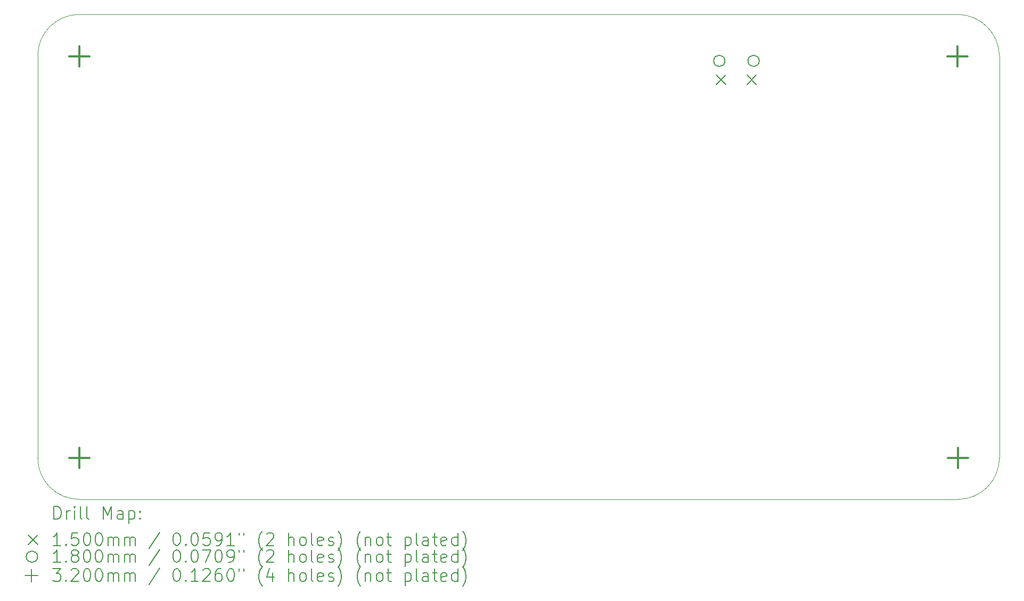
<source format=gbr>
%TF.GenerationSoftware,KiCad,Pcbnew,7.0.8*%
%TF.CreationDate,2024-12-11T20:14:41-06:00*%
%TF.ProjectId,LEC,4c45432e-6b69-4636-9164-5f7063625858,rev?*%
%TF.SameCoordinates,Original*%
%TF.FileFunction,Drillmap*%
%TF.FilePolarity,Positive*%
%FSLAX45Y45*%
G04 Gerber Fmt 4.5, Leading zero omitted, Abs format (unit mm)*
G04 Created by KiCad (PCBNEW 7.0.8) date 2024-12-11 20:14:41*
%MOMM*%
%LPD*%
G01*
G04 APERTURE LIST*
%ADD10C,0.050000*%
%ADD11C,0.200000*%
%ADD12C,0.150000*%
%ADD13C,0.180000*%
%ADD14C,0.320000*%
G04 APERTURE END LIST*
D10*
X21230000Y-12040000D02*
X21230000Y-5650000D01*
X6600000Y-12700000D02*
X20570000Y-12700000D01*
X6600000Y-4980000D02*
G75*
G03*
X5940000Y-5640000I0J-660000D01*
G01*
X20560000Y-4980000D02*
X6600000Y-4980000D01*
X5940000Y-12040000D02*
G75*
G03*
X6600000Y-12700000I660000J0D01*
G01*
X5940000Y-5640000D02*
X5940000Y-12040000D01*
X20570000Y-12700000D02*
G75*
G03*
X21230000Y-12040000I0J660000D01*
G01*
X21230000Y-5650000D02*
G75*
G03*
X20560000Y-4980000I-670000J0D01*
G01*
D11*
D12*
X16731500Y-5948000D02*
X16881500Y-6098000D01*
X16881500Y-5948000D02*
X16731500Y-6098000D01*
X17216500Y-5948000D02*
X17366500Y-6098000D01*
X17366500Y-5948000D02*
X17216500Y-6098000D01*
D13*
X16866500Y-5720000D02*
G75*
G03*
X16866500Y-5720000I-90000J0D01*
G01*
X17411500Y-5720000D02*
G75*
G03*
X17411500Y-5720000I-90000J0D01*
G01*
D14*
X6600000Y-5490000D02*
X6600000Y-5810000D01*
X6440000Y-5650000D02*
X6760000Y-5650000D01*
X6600000Y-11880000D02*
X6600000Y-12200000D01*
X6440000Y-12040000D02*
X6760000Y-12040000D01*
X20560000Y-5490000D02*
X20560000Y-5810000D01*
X20400000Y-5650000D02*
X20720000Y-5650000D01*
X20570000Y-11880000D02*
X20570000Y-12200000D01*
X20410000Y-12040000D02*
X20730000Y-12040000D01*
D11*
X6198277Y-13013984D02*
X6198277Y-12813984D01*
X6198277Y-12813984D02*
X6245896Y-12813984D01*
X6245896Y-12813984D02*
X6274467Y-12823508D01*
X6274467Y-12823508D02*
X6293515Y-12842555D01*
X6293515Y-12842555D02*
X6303039Y-12861603D01*
X6303039Y-12861603D02*
X6312562Y-12899698D01*
X6312562Y-12899698D02*
X6312562Y-12928269D01*
X6312562Y-12928269D02*
X6303039Y-12966365D01*
X6303039Y-12966365D02*
X6293515Y-12985412D01*
X6293515Y-12985412D02*
X6274467Y-13004460D01*
X6274467Y-13004460D02*
X6245896Y-13013984D01*
X6245896Y-13013984D02*
X6198277Y-13013984D01*
X6398277Y-13013984D02*
X6398277Y-12880650D01*
X6398277Y-12918746D02*
X6407801Y-12899698D01*
X6407801Y-12899698D02*
X6417324Y-12890174D01*
X6417324Y-12890174D02*
X6436372Y-12880650D01*
X6436372Y-12880650D02*
X6455420Y-12880650D01*
X6522086Y-13013984D02*
X6522086Y-12880650D01*
X6522086Y-12813984D02*
X6512562Y-12823508D01*
X6512562Y-12823508D02*
X6522086Y-12833031D01*
X6522086Y-12833031D02*
X6531610Y-12823508D01*
X6531610Y-12823508D02*
X6522086Y-12813984D01*
X6522086Y-12813984D02*
X6522086Y-12833031D01*
X6645896Y-13013984D02*
X6626848Y-13004460D01*
X6626848Y-13004460D02*
X6617324Y-12985412D01*
X6617324Y-12985412D02*
X6617324Y-12813984D01*
X6750658Y-13013984D02*
X6731610Y-13004460D01*
X6731610Y-13004460D02*
X6722086Y-12985412D01*
X6722086Y-12985412D02*
X6722086Y-12813984D01*
X6979229Y-13013984D02*
X6979229Y-12813984D01*
X6979229Y-12813984D02*
X7045896Y-12956841D01*
X7045896Y-12956841D02*
X7112562Y-12813984D01*
X7112562Y-12813984D02*
X7112562Y-13013984D01*
X7293515Y-13013984D02*
X7293515Y-12909222D01*
X7293515Y-12909222D02*
X7283991Y-12890174D01*
X7283991Y-12890174D02*
X7264943Y-12880650D01*
X7264943Y-12880650D02*
X7226848Y-12880650D01*
X7226848Y-12880650D02*
X7207801Y-12890174D01*
X7293515Y-13004460D02*
X7274467Y-13013984D01*
X7274467Y-13013984D02*
X7226848Y-13013984D01*
X7226848Y-13013984D02*
X7207801Y-13004460D01*
X7207801Y-13004460D02*
X7198277Y-12985412D01*
X7198277Y-12985412D02*
X7198277Y-12966365D01*
X7198277Y-12966365D02*
X7207801Y-12947317D01*
X7207801Y-12947317D02*
X7226848Y-12937793D01*
X7226848Y-12937793D02*
X7274467Y-12937793D01*
X7274467Y-12937793D02*
X7293515Y-12928269D01*
X7388753Y-12880650D02*
X7388753Y-13080650D01*
X7388753Y-12890174D02*
X7407801Y-12880650D01*
X7407801Y-12880650D02*
X7445896Y-12880650D01*
X7445896Y-12880650D02*
X7464943Y-12890174D01*
X7464943Y-12890174D02*
X7474467Y-12899698D01*
X7474467Y-12899698D02*
X7483991Y-12918746D01*
X7483991Y-12918746D02*
X7483991Y-12975888D01*
X7483991Y-12975888D02*
X7474467Y-12994936D01*
X7474467Y-12994936D02*
X7464943Y-13004460D01*
X7464943Y-13004460D02*
X7445896Y-13013984D01*
X7445896Y-13013984D02*
X7407801Y-13013984D01*
X7407801Y-13013984D02*
X7388753Y-13004460D01*
X7569705Y-12994936D02*
X7579229Y-13004460D01*
X7579229Y-13004460D02*
X7569705Y-13013984D01*
X7569705Y-13013984D02*
X7560182Y-13004460D01*
X7560182Y-13004460D02*
X7569705Y-12994936D01*
X7569705Y-12994936D02*
X7569705Y-13013984D01*
X7569705Y-12890174D02*
X7579229Y-12899698D01*
X7579229Y-12899698D02*
X7569705Y-12909222D01*
X7569705Y-12909222D02*
X7560182Y-12899698D01*
X7560182Y-12899698D02*
X7569705Y-12890174D01*
X7569705Y-12890174D02*
X7569705Y-12909222D01*
D12*
X5787500Y-13267500D02*
X5937500Y-13417500D01*
X5937500Y-13267500D02*
X5787500Y-13417500D01*
D11*
X6303039Y-13433984D02*
X6188753Y-13433984D01*
X6245896Y-13433984D02*
X6245896Y-13233984D01*
X6245896Y-13233984D02*
X6226848Y-13262555D01*
X6226848Y-13262555D02*
X6207801Y-13281603D01*
X6207801Y-13281603D02*
X6188753Y-13291127D01*
X6388753Y-13414936D02*
X6398277Y-13424460D01*
X6398277Y-13424460D02*
X6388753Y-13433984D01*
X6388753Y-13433984D02*
X6379229Y-13424460D01*
X6379229Y-13424460D02*
X6388753Y-13414936D01*
X6388753Y-13414936D02*
X6388753Y-13433984D01*
X6579229Y-13233984D02*
X6483991Y-13233984D01*
X6483991Y-13233984D02*
X6474467Y-13329222D01*
X6474467Y-13329222D02*
X6483991Y-13319698D01*
X6483991Y-13319698D02*
X6503039Y-13310174D01*
X6503039Y-13310174D02*
X6550658Y-13310174D01*
X6550658Y-13310174D02*
X6569705Y-13319698D01*
X6569705Y-13319698D02*
X6579229Y-13329222D01*
X6579229Y-13329222D02*
X6588753Y-13348269D01*
X6588753Y-13348269D02*
X6588753Y-13395888D01*
X6588753Y-13395888D02*
X6579229Y-13414936D01*
X6579229Y-13414936D02*
X6569705Y-13424460D01*
X6569705Y-13424460D02*
X6550658Y-13433984D01*
X6550658Y-13433984D02*
X6503039Y-13433984D01*
X6503039Y-13433984D02*
X6483991Y-13424460D01*
X6483991Y-13424460D02*
X6474467Y-13414936D01*
X6712562Y-13233984D02*
X6731610Y-13233984D01*
X6731610Y-13233984D02*
X6750658Y-13243508D01*
X6750658Y-13243508D02*
X6760182Y-13253031D01*
X6760182Y-13253031D02*
X6769705Y-13272079D01*
X6769705Y-13272079D02*
X6779229Y-13310174D01*
X6779229Y-13310174D02*
X6779229Y-13357793D01*
X6779229Y-13357793D02*
X6769705Y-13395888D01*
X6769705Y-13395888D02*
X6760182Y-13414936D01*
X6760182Y-13414936D02*
X6750658Y-13424460D01*
X6750658Y-13424460D02*
X6731610Y-13433984D01*
X6731610Y-13433984D02*
X6712562Y-13433984D01*
X6712562Y-13433984D02*
X6693515Y-13424460D01*
X6693515Y-13424460D02*
X6683991Y-13414936D01*
X6683991Y-13414936D02*
X6674467Y-13395888D01*
X6674467Y-13395888D02*
X6664943Y-13357793D01*
X6664943Y-13357793D02*
X6664943Y-13310174D01*
X6664943Y-13310174D02*
X6674467Y-13272079D01*
X6674467Y-13272079D02*
X6683991Y-13253031D01*
X6683991Y-13253031D02*
X6693515Y-13243508D01*
X6693515Y-13243508D02*
X6712562Y-13233984D01*
X6903039Y-13233984D02*
X6922086Y-13233984D01*
X6922086Y-13233984D02*
X6941134Y-13243508D01*
X6941134Y-13243508D02*
X6950658Y-13253031D01*
X6950658Y-13253031D02*
X6960182Y-13272079D01*
X6960182Y-13272079D02*
X6969705Y-13310174D01*
X6969705Y-13310174D02*
X6969705Y-13357793D01*
X6969705Y-13357793D02*
X6960182Y-13395888D01*
X6960182Y-13395888D02*
X6950658Y-13414936D01*
X6950658Y-13414936D02*
X6941134Y-13424460D01*
X6941134Y-13424460D02*
X6922086Y-13433984D01*
X6922086Y-13433984D02*
X6903039Y-13433984D01*
X6903039Y-13433984D02*
X6883991Y-13424460D01*
X6883991Y-13424460D02*
X6874467Y-13414936D01*
X6874467Y-13414936D02*
X6864943Y-13395888D01*
X6864943Y-13395888D02*
X6855420Y-13357793D01*
X6855420Y-13357793D02*
X6855420Y-13310174D01*
X6855420Y-13310174D02*
X6864943Y-13272079D01*
X6864943Y-13272079D02*
X6874467Y-13253031D01*
X6874467Y-13253031D02*
X6883991Y-13243508D01*
X6883991Y-13243508D02*
X6903039Y-13233984D01*
X7055420Y-13433984D02*
X7055420Y-13300650D01*
X7055420Y-13319698D02*
X7064943Y-13310174D01*
X7064943Y-13310174D02*
X7083991Y-13300650D01*
X7083991Y-13300650D02*
X7112563Y-13300650D01*
X7112563Y-13300650D02*
X7131610Y-13310174D01*
X7131610Y-13310174D02*
X7141134Y-13329222D01*
X7141134Y-13329222D02*
X7141134Y-13433984D01*
X7141134Y-13329222D02*
X7150658Y-13310174D01*
X7150658Y-13310174D02*
X7169705Y-13300650D01*
X7169705Y-13300650D02*
X7198277Y-13300650D01*
X7198277Y-13300650D02*
X7217324Y-13310174D01*
X7217324Y-13310174D02*
X7226848Y-13329222D01*
X7226848Y-13329222D02*
X7226848Y-13433984D01*
X7322086Y-13433984D02*
X7322086Y-13300650D01*
X7322086Y-13319698D02*
X7331610Y-13310174D01*
X7331610Y-13310174D02*
X7350658Y-13300650D01*
X7350658Y-13300650D02*
X7379229Y-13300650D01*
X7379229Y-13300650D02*
X7398277Y-13310174D01*
X7398277Y-13310174D02*
X7407801Y-13329222D01*
X7407801Y-13329222D02*
X7407801Y-13433984D01*
X7407801Y-13329222D02*
X7417324Y-13310174D01*
X7417324Y-13310174D02*
X7436372Y-13300650D01*
X7436372Y-13300650D02*
X7464943Y-13300650D01*
X7464943Y-13300650D02*
X7483991Y-13310174D01*
X7483991Y-13310174D02*
X7493515Y-13329222D01*
X7493515Y-13329222D02*
X7493515Y-13433984D01*
X7883991Y-13224460D02*
X7712563Y-13481603D01*
X8141134Y-13233984D02*
X8160182Y-13233984D01*
X8160182Y-13233984D02*
X8179229Y-13243508D01*
X8179229Y-13243508D02*
X8188753Y-13253031D01*
X8188753Y-13253031D02*
X8198277Y-13272079D01*
X8198277Y-13272079D02*
X8207801Y-13310174D01*
X8207801Y-13310174D02*
X8207801Y-13357793D01*
X8207801Y-13357793D02*
X8198277Y-13395888D01*
X8198277Y-13395888D02*
X8188753Y-13414936D01*
X8188753Y-13414936D02*
X8179229Y-13424460D01*
X8179229Y-13424460D02*
X8160182Y-13433984D01*
X8160182Y-13433984D02*
X8141134Y-13433984D01*
X8141134Y-13433984D02*
X8122086Y-13424460D01*
X8122086Y-13424460D02*
X8112563Y-13414936D01*
X8112563Y-13414936D02*
X8103039Y-13395888D01*
X8103039Y-13395888D02*
X8093515Y-13357793D01*
X8093515Y-13357793D02*
X8093515Y-13310174D01*
X8093515Y-13310174D02*
X8103039Y-13272079D01*
X8103039Y-13272079D02*
X8112563Y-13253031D01*
X8112563Y-13253031D02*
X8122086Y-13243508D01*
X8122086Y-13243508D02*
X8141134Y-13233984D01*
X8293515Y-13414936D02*
X8303039Y-13424460D01*
X8303039Y-13424460D02*
X8293515Y-13433984D01*
X8293515Y-13433984D02*
X8283991Y-13424460D01*
X8283991Y-13424460D02*
X8293515Y-13414936D01*
X8293515Y-13414936D02*
X8293515Y-13433984D01*
X8426848Y-13233984D02*
X8445896Y-13233984D01*
X8445896Y-13233984D02*
X8464944Y-13243508D01*
X8464944Y-13243508D02*
X8474468Y-13253031D01*
X8474468Y-13253031D02*
X8483991Y-13272079D01*
X8483991Y-13272079D02*
X8493515Y-13310174D01*
X8493515Y-13310174D02*
X8493515Y-13357793D01*
X8493515Y-13357793D02*
X8483991Y-13395888D01*
X8483991Y-13395888D02*
X8474468Y-13414936D01*
X8474468Y-13414936D02*
X8464944Y-13424460D01*
X8464944Y-13424460D02*
X8445896Y-13433984D01*
X8445896Y-13433984D02*
X8426848Y-13433984D01*
X8426848Y-13433984D02*
X8407801Y-13424460D01*
X8407801Y-13424460D02*
X8398277Y-13414936D01*
X8398277Y-13414936D02*
X8388753Y-13395888D01*
X8388753Y-13395888D02*
X8379229Y-13357793D01*
X8379229Y-13357793D02*
X8379229Y-13310174D01*
X8379229Y-13310174D02*
X8388753Y-13272079D01*
X8388753Y-13272079D02*
X8398277Y-13253031D01*
X8398277Y-13253031D02*
X8407801Y-13243508D01*
X8407801Y-13243508D02*
X8426848Y-13233984D01*
X8674468Y-13233984D02*
X8579229Y-13233984D01*
X8579229Y-13233984D02*
X8569706Y-13329222D01*
X8569706Y-13329222D02*
X8579229Y-13319698D01*
X8579229Y-13319698D02*
X8598277Y-13310174D01*
X8598277Y-13310174D02*
X8645896Y-13310174D01*
X8645896Y-13310174D02*
X8664944Y-13319698D01*
X8664944Y-13319698D02*
X8674468Y-13329222D01*
X8674468Y-13329222D02*
X8683991Y-13348269D01*
X8683991Y-13348269D02*
X8683991Y-13395888D01*
X8683991Y-13395888D02*
X8674468Y-13414936D01*
X8674468Y-13414936D02*
X8664944Y-13424460D01*
X8664944Y-13424460D02*
X8645896Y-13433984D01*
X8645896Y-13433984D02*
X8598277Y-13433984D01*
X8598277Y-13433984D02*
X8579229Y-13424460D01*
X8579229Y-13424460D02*
X8569706Y-13414936D01*
X8779229Y-13433984D02*
X8817325Y-13433984D01*
X8817325Y-13433984D02*
X8836372Y-13424460D01*
X8836372Y-13424460D02*
X8845896Y-13414936D01*
X8845896Y-13414936D02*
X8864944Y-13386365D01*
X8864944Y-13386365D02*
X8874468Y-13348269D01*
X8874468Y-13348269D02*
X8874468Y-13272079D01*
X8874468Y-13272079D02*
X8864944Y-13253031D01*
X8864944Y-13253031D02*
X8855420Y-13243508D01*
X8855420Y-13243508D02*
X8836372Y-13233984D01*
X8836372Y-13233984D02*
X8798277Y-13233984D01*
X8798277Y-13233984D02*
X8779229Y-13243508D01*
X8779229Y-13243508D02*
X8769706Y-13253031D01*
X8769706Y-13253031D02*
X8760182Y-13272079D01*
X8760182Y-13272079D02*
X8760182Y-13319698D01*
X8760182Y-13319698D02*
X8769706Y-13338746D01*
X8769706Y-13338746D02*
X8779229Y-13348269D01*
X8779229Y-13348269D02*
X8798277Y-13357793D01*
X8798277Y-13357793D02*
X8836372Y-13357793D01*
X8836372Y-13357793D02*
X8855420Y-13348269D01*
X8855420Y-13348269D02*
X8864944Y-13338746D01*
X8864944Y-13338746D02*
X8874468Y-13319698D01*
X9064944Y-13433984D02*
X8950658Y-13433984D01*
X9007801Y-13433984D02*
X9007801Y-13233984D01*
X9007801Y-13233984D02*
X8988753Y-13262555D01*
X8988753Y-13262555D02*
X8969706Y-13281603D01*
X8969706Y-13281603D02*
X8950658Y-13291127D01*
X9141134Y-13233984D02*
X9141134Y-13272079D01*
X9217325Y-13233984D02*
X9217325Y-13272079D01*
X9512563Y-13510174D02*
X9503039Y-13500650D01*
X9503039Y-13500650D02*
X9483991Y-13472079D01*
X9483991Y-13472079D02*
X9474468Y-13453031D01*
X9474468Y-13453031D02*
X9464944Y-13424460D01*
X9464944Y-13424460D02*
X9455420Y-13376841D01*
X9455420Y-13376841D02*
X9455420Y-13338746D01*
X9455420Y-13338746D02*
X9464944Y-13291127D01*
X9464944Y-13291127D02*
X9474468Y-13262555D01*
X9474468Y-13262555D02*
X9483991Y-13243508D01*
X9483991Y-13243508D02*
X9503039Y-13214936D01*
X9503039Y-13214936D02*
X9512563Y-13205412D01*
X9579230Y-13253031D02*
X9588753Y-13243508D01*
X9588753Y-13243508D02*
X9607801Y-13233984D01*
X9607801Y-13233984D02*
X9655420Y-13233984D01*
X9655420Y-13233984D02*
X9674468Y-13243508D01*
X9674468Y-13243508D02*
X9683991Y-13253031D01*
X9683991Y-13253031D02*
X9693515Y-13272079D01*
X9693515Y-13272079D02*
X9693515Y-13291127D01*
X9693515Y-13291127D02*
X9683991Y-13319698D01*
X9683991Y-13319698D02*
X9569706Y-13433984D01*
X9569706Y-13433984D02*
X9693515Y-13433984D01*
X9931611Y-13433984D02*
X9931611Y-13233984D01*
X10017325Y-13433984D02*
X10017325Y-13329222D01*
X10017325Y-13329222D02*
X10007801Y-13310174D01*
X10007801Y-13310174D02*
X9988753Y-13300650D01*
X9988753Y-13300650D02*
X9960182Y-13300650D01*
X9960182Y-13300650D02*
X9941134Y-13310174D01*
X9941134Y-13310174D02*
X9931611Y-13319698D01*
X10141134Y-13433984D02*
X10122087Y-13424460D01*
X10122087Y-13424460D02*
X10112563Y-13414936D01*
X10112563Y-13414936D02*
X10103039Y-13395888D01*
X10103039Y-13395888D02*
X10103039Y-13338746D01*
X10103039Y-13338746D02*
X10112563Y-13319698D01*
X10112563Y-13319698D02*
X10122087Y-13310174D01*
X10122087Y-13310174D02*
X10141134Y-13300650D01*
X10141134Y-13300650D02*
X10169706Y-13300650D01*
X10169706Y-13300650D02*
X10188753Y-13310174D01*
X10188753Y-13310174D02*
X10198277Y-13319698D01*
X10198277Y-13319698D02*
X10207801Y-13338746D01*
X10207801Y-13338746D02*
X10207801Y-13395888D01*
X10207801Y-13395888D02*
X10198277Y-13414936D01*
X10198277Y-13414936D02*
X10188753Y-13424460D01*
X10188753Y-13424460D02*
X10169706Y-13433984D01*
X10169706Y-13433984D02*
X10141134Y-13433984D01*
X10322087Y-13433984D02*
X10303039Y-13424460D01*
X10303039Y-13424460D02*
X10293515Y-13405412D01*
X10293515Y-13405412D02*
X10293515Y-13233984D01*
X10474468Y-13424460D02*
X10455420Y-13433984D01*
X10455420Y-13433984D02*
X10417325Y-13433984D01*
X10417325Y-13433984D02*
X10398277Y-13424460D01*
X10398277Y-13424460D02*
X10388753Y-13405412D01*
X10388753Y-13405412D02*
X10388753Y-13329222D01*
X10388753Y-13329222D02*
X10398277Y-13310174D01*
X10398277Y-13310174D02*
X10417325Y-13300650D01*
X10417325Y-13300650D02*
X10455420Y-13300650D01*
X10455420Y-13300650D02*
X10474468Y-13310174D01*
X10474468Y-13310174D02*
X10483992Y-13329222D01*
X10483992Y-13329222D02*
X10483992Y-13348269D01*
X10483992Y-13348269D02*
X10388753Y-13367317D01*
X10560182Y-13424460D02*
X10579230Y-13433984D01*
X10579230Y-13433984D02*
X10617325Y-13433984D01*
X10617325Y-13433984D02*
X10636373Y-13424460D01*
X10636373Y-13424460D02*
X10645896Y-13405412D01*
X10645896Y-13405412D02*
X10645896Y-13395888D01*
X10645896Y-13395888D02*
X10636373Y-13376841D01*
X10636373Y-13376841D02*
X10617325Y-13367317D01*
X10617325Y-13367317D02*
X10588753Y-13367317D01*
X10588753Y-13367317D02*
X10569706Y-13357793D01*
X10569706Y-13357793D02*
X10560182Y-13338746D01*
X10560182Y-13338746D02*
X10560182Y-13329222D01*
X10560182Y-13329222D02*
X10569706Y-13310174D01*
X10569706Y-13310174D02*
X10588753Y-13300650D01*
X10588753Y-13300650D02*
X10617325Y-13300650D01*
X10617325Y-13300650D02*
X10636373Y-13310174D01*
X10712563Y-13510174D02*
X10722087Y-13500650D01*
X10722087Y-13500650D02*
X10741134Y-13472079D01*
X10741134Y-13472079D02*
X10750658Y-13453031D01*
X10750658Y-13453031D02*
X10760182Y-13424460D01*
X10760182Y-13424460D02*
X10769706Y-13376841D01*
X10769706Y-13376841D02*
X10769706Y-13338746D01*
X10769706Y-13338746D02*
X10760182Y-13291127D01*
X10760182Y-13291127D02*
X10750658Y-13262555D01*
X10750658Y-13262555D02*
X10741134Y-13243508D01*
X10741134Y-13243508D02*
X10722087Y-13214936D01*
X10722087Y-13214936D02*
X10712563Y-13205412D01*
X11074468Y-13510174D02*
X11064944Y-13500650D01*
X11064944Y-13500650D02*
X11045896Y-13472079D01*
X11045896Y-13472079D02*
X11036373Y-13453031D01*
X11036373Y-13453031D02*
X11026849Y-13424460D01*
X11026849Y-13424460D02*
X11017325Y-13376841D01*
X11017325Y-13376841D02*
X11017325Y-13338746D01*
X11017325Y-13338746D02*
X11026849Y-13291127D01*
X11026849Y-13291127D02*
X11036373Y-13262555D01*
X11036373Y-13262555D02*
X11045896Y-13243508D01*
X11045896Y-13243508D02*
X11064944Y-13214936D01*
X11064944Y-13214936D02*
X11074468Y-13205412D01*
X11150658Y-13300650D02*
X11150658Y-13433984D01*
X11150658Y-13319698D02*
X11160182Y-13310174D01*
X11160182Y-13310174D02*
X11179230Y-13300650D01*
X11179230Y-13300650D02*
X11207801Y-13300650D01*
X11207801Y-13300650D02*
X11226849Y-13310174D01*
X11226849Y-13310174D02*
X11236372Y-13329222D01*
X11236372Y-13329222D02*
X11236372Y-13433984D01*
X11360182Y-13433984D02*
X11341134Y-13424460D01*
X11341134Y-13424460D02*
X11331611Y-13414936D01*
X11331611Y-13414936D02*
X11322087Y-13395888D01*
X11322087Y-13395888D02*
X11322087Y-13338746D01*
X11322087Y-13338746D02*
X11331611Y-13319698D01*
X11331611Y-13319698D02*
X11341134Y-13310174D01*
X11341134Y-13310174D02*
X11360182Y-13300650D01*
X11360182Y-13300650D02*
X11388753Y-13300650D01*
X11388753Y-13300650D02*
X11407801Y-13310174D01*
X11407801Y-13310174D02*
X11417325Y-13319698D01*
X11417325Y-13319698D02*
X11426849Y-13338746D01*
X11426849Y-13338746D02*
X11426849Y-13395888D01*
X11426849Y-13395888D02*
X11417325Y-13414936D01*
X11417325Y-13414936D02*
X11407801Y-13424460D01*
X11407801Y-13424460D02*
X11388753Y-13433984D01*
X11388753Y-13433984D02*
X11360182Y-13433984D01*
X11483992Y-13300650D02*
X11560182Y-13300650D01*
X11512563Y-13233984D02*
X11512563Y-13405412D01*
X11512563Y-13405412D02*
X11522087Y-13424460D01*
X11522087Y-13424460D02*
X11541134Y-13433984D01*
X11541134Y-13433984D02*
X11560182Y-13433984D01*
X11779230Y-13300650D02*
X11779230Y-13500650D01*
X11779230Y-13310174D02*
X11798277Y-13300650D01*
X11798277Y-13300650D02*
X11836373Y-13300650D01*
X11836373Y-13300650D02*
X11855420Y-13310174D01*
X11855420Y-13310174D02*
X11864944Y-13319698D01*
X11864944Y-13319698D02*
X11874468Y-13338746D01*
X11874468Y-13338746D02*
X11874468Y-13395888D01*
X11874468Y-13395888D02*
X11864944Y-13414936D01*
X11864944Y-13414936D02*
X11855420Y-13424460D01*
X11855420Y-13424460D02*
X11836373Y-13433984D01*
X11836373Y-13433984D02*
X11798277Y-13433984D01*
X11798277Y-13433984D02*
X11779230Y-13424460D01*
X11988753Y-13433984D02*
X11969706Y-13424460D01*
X11969706Y-13424460D02*
X11960182Y-13405412D01*
X11960182Y-13405412D02*
X11960182Y-13233984D01*
X12150658Y-13433984D02*
X12150658Y-13329222D01*
X12150658Y-13329222D02*
X12141134Y-13310174D01*
X12141134Y-13310174D02*
X12122087Y-13300650D01*
X12122087Y-13300650D02*
X12083992Y-13300650D01*
X12083992Y-13300650D02*
X12064944Y-13310174D01*
X12150658Y-13424460D02*
X12131611Y-13433984D01*
X12131611Y-13433984D02*
X12083992Y-13433984D01*
X12083992Y-13433984D02*
X12064944Y-13424460D01*
X12064944Y-13424460D02*
X12055420Y-13405412D01*
X12055420Y-13405412D02*
X12055420Y-13386365D01*
X12055420Y-13386365D02*
X12064944Y-13367317D01*
X12064944Y-13367317D02*
X12083992Y-13357793D01*
X12083992Y-13357793D02*
X12131611Y-13357793D01*
X12131611Y-13357793D02*
X12150658Y-13348269D01*
X12217325Y-13300650D02*
X12293515Y-13300650D01*
X12245896Y-13233984D02*
X12245896Y-13405412D01*
X12245896Y-13405412D02*
X12255420Y-13424460D01*
X12255420Y-13424460D02*
X12274468Y-13433984D01*
X12274468Y-13433984D02*
X12293515Y-13433984D01*
X12436373Y-13424460D02*
X12417325Y-13433984D01*
X12417325Y-13433984D02*
X12379230Y-13433984D01*
X12379230Y-13433984D02*
X12360182Y-13424460D01*
X12360182Y-13424460D02*
X12350658Y-13405412D01*
X12350658Y-13405412D02*
X12350658Y-13329222D01*
X12350658Y-13329222D02*
X12360182Y-13310174D01*
X12360182Y-13310174D02*
X12379230Y-13300650D01*
X12379230Y-13300650D02*
X12417325Y-13300650D01*
X12417325Y-13300650D02*
X12436373Y-13310174D01*
X12436373Y-13310174D02*
X12445896Y-13329222D01*
X12445896Y-13329222D02*
X12445896Y-13348269D01*
X12445896Y-13348269D02*
X12350658Y-13367317D01*
X12617325Y-13433984D02*
X12617325Y-13233984D01*
X12617325Y-13424460D02*
X12598277Y-13433984D01*
X12598277Y-13433984D02*
X12560182Y-13433984D01*
X12560182Y-13433984D02*
X12541134Y-13424460D01*
X12541134Y-13424460D02*
X12531611Y-13414936D01*
X12531611Y-13414936D02*
X12522087Y-13395888D01*
X12522087Y-13395888D02*
X12522087Y-13338746D01*
X12522087Y-13338746D02*
X12531611Y-13319698D01*
X12531611Y-13319698D02*
X12541134Y-13310174D01*
X12541134Y-13310174D02*
X12560182Y-13300650D01*
X12560182Y-13300650D02*
X12598277Y-13300650D01*
X12598277Y-13300650D02*
X12617325Y-13310174D01*
X12693515Y-13510174D02*
X12703039Y-13500650D01*
X12703039Y-13500650D02*
X12722087Y-13472079D01*
X12722087Y-13472079D02*
X12731611Y-13453031D01*
X12731611Y-13453031D02*
X12741134Y-13424460D01*
X12741134Y-13424460D02*
X12750658Y-13376841D01*
X12750658Y-13376841D02*
X12750658Y-13338746D01*
X12750658Y-13338746D02*
X12741134Y-13291127D01*
X12741134Y-13291127D02*
X12731611Y-13262555D01*
X12731611Y-13262555D02*
X12722087Y-13243508D01*
X12722087Y-13243508D02*
X12703039Y-13214936D01*
X12703039Y-13214936D02*
X12693515Y-13205412D01*
D13*
X5937500Y-13612500D02*
G75*
G03*
X5937500Y-13612500I-90000J0D01*
G01*
D11*
X6303039Y-13703984D02*
X6188753Y-13703984D01*
X6245896Y-13703984D02*
X6245896Y-13503984D01*
X6245896Y-13503984D02*
X6226848Y-13532555D01*
X6226848Y-13532555D02*
X6207801Y-13551603D01*
X6207801Y-13551603D02*
X6188753Y-13561127D01*
X6388753Y-13684936D02*
X6398277Y-13694460D01*
X6398277Y-13694460D02*
X6388753Y-13703984D01*
X6388753Y-13703984D02*
X6379229Y-13694460D01*
X6379229Y-13694460D02*
X6388753Y-13684936D01*
X6388753Y-13684936D02*
X6388753Y-13703984D01*
X6512562Y-13589698D02*
X6493515Y-13580174D01*
X6493515Y-13580174D02*
X6483991Y-13570650D01*
X6483991Y-13570650D02*
X6474467Y-13551603D01*
X6474467Y-13551603D02*
X6474467Y-13542079D01*
X6474467Y-13542079D02*
X6483991Y-13523031D01*
X6483991Y-13523031D02*
X6493515Y-13513508D01*
X6493515Y-13513508D02*
X6512562Y-13503984D01*
X6512562Y-13503984D02*
X6550658Y-13503984D01*
X6550658Y-13503984D02*
X6569705Y-13513508D01*
X6569705Y-13513508D02*
X6579229Y-13523031D01*
X6579229Y-13523031D02*
X6588753Y-13542079D01*
X6588753Y-13542079D02*
X6588753Y-13551603D01*
X6588753Y-13551603D02*
X6579229Y-13570650D01*
X6579229Y-13570650D02*
X6569705Y-13580174D01*
X6569705Y-13580174D02*
X6550658Y-13589698D01*
X6550658Y-13589698D02*
X6512562Y-13589698D01*
X6512562Y-13589698D02*
X6493515Y-13599222D01*
X6493515Y-13599222D02*
X6483991Y-13608746D01*
X6483991Y-13608746D02*
X6474467Y-13627793D01*
X6474467Y-13627793D02*
X6474467Y-13665888D01*
X6474467Y-13665888D02*
X6483991Y-13684936D01*
X6483991Y-13684936D02*
X6493515Y-13694460D01*
X6493515Y-13694460D02*
X6512562Y-13703984D01*
X6512562Y-13703984D02*
X6550658Y-13703984D01*
X6550658Y-13703984D02*
X6569705Y-13694460D01*
X6569705Y-13694460D02*
X6579229Y-13684936D01*
X6579229Y-13684936D02*
X6588753Y-13665888D01*
X6588753Y-13665888D02*
X6588753Y-13627793D01*
X6588753Y-13627793D02*
X6579229Y-13608746D01*
X6579229Y-13608746D02*
X6569705Y-13599222D01*
X6569705Y-13599222D02*
X6550658Y-13589698D01*
X6712562Y-13503984D02*
X6731610Y-13503984D01*
X6731610Y-13503984D02*
X6750658Y-13513508D01*
X6750658Y-13513508D02*
X6760182Y-13523031D01*
X6760182Y-13523031D02*
X6769705Y-13542079D01*
X6769705Y-13542079D02*
X6779229Y-13580174D01*
X6779229Y-13580174D02*
X6779229Y-13627793D01*
X6779229Y-13627793D02*
X6769705Y-13665888D01*
X6769705Y-13665888D02*
X6760182Y-13684936D01*
X6760182Y-13684936D02*
X6750658Y-13694460D01*
X6750658Y-13694460D02*
X6731610Y-13703984D01*
X6731610Y-13703984D02*
X6712562Y-13703984D01*
X6712562Y-13703984D02*
X6693515Y-13694460D01*
X6693515Y-13694460D02*
X6683991Y-13684936D01*
X6683991Y-13684936D02*
X6674467Y-13665888D01*
X6674467Y-13665888D02*
X6664943Y-13627793D01*
X6664943Y-13627793D02*
X6664943Y-13580174D01*
X6664943Y-13580174D02*
X6674467Y-13542079D01*
X6674467Y-13542079D02*
X6683991Y-13523031D01*
X6683991Y-13523031D02*
X6693515Y-13513508D01*
X6693515Y-13513508D02*
X6712562Y-13503984D01*
X6903039Y-13503984D02*
X6922086Y-13503984D01*
X6922086Y-13503984D02*
X6941134Y-13513508D01*
X6941134Y-13513508D02*
X6950658Y-13523031D01*
X6950658Y-13523031D02*
X6960182Y-13542079D01*
X6960182Y-13542079D02*
X6969705Y-13580174D01*
X6969705Y-13580174D02*
X6969705Y-13627793D01*
X6969705Y-13627793D02*
X6960182Y-13665888D01*
X6960182Y-13665888D02*
X6950658Y-13684936D01*
X6950658Y-13684936D02*
X6941134Y-13694460D01*
X6941134Y-13694460D02*
X6922086Y-13703984D01*
X6922086Y-13703984D02*
X6903039Y-13703984D01*
X6903039Y-13703984D02*
X6883991Y-13694460D01*
X6883991Y-13694460D02*
X6874467Y-13684936D01*
X6874467Y-13684936D02*
X6864943Y-13665888D01*
X6864943Y-13665888D02*
X6855420Y-13627793D01*
X6855420Y-13627793D02*
X6855420Y-13580174D01*
X6855420Y-13580174D02*
X6864943Y-13542079D01*
X6864943Y-13542079D02*
X6874467Y-13523031D01*
X6874467Y-13523031D02*
X6883991Y-13513508D01*
X6883991Y-13513508D02*
X6903039Y-13503984D01*
X7055420Y-13703984D02*
X7055420Y-13570650D01*
X7055420Y-13589698D02*
X7064943Y-13580174D01*
X7064943Y-13580174D02*
X7083991Y-13570650D01*
X7083991Y-13570650D02*
X7112563Y-13570650D01*
X7112563Y-13570650D02*
X7131610Y-13580174D01*
X7131610Y-13580174D02*
X7141134Y-13599222D01*
X7141134Y-13599222D02*
X7141134Y-13703984D01*
X7141134Y-13599222D02*
X7150658Y-13580174D01*
X7150658Y-13580174D02*
X7169705Y-13570650D01*
X7169705Y-13570650D02*
X7198277Y-13570650D01*
X7198277Y-13570650D02*
X7217324Y-13580174D01*
X7217324Y-13580174D02*
X7226848Y-13599222D01*
X7226848Y-13599222D02*
X7226848Y-13703984D01*
X7322086Y-13703984D02*
X7322086Y-13570650D01*
X7322086Y-13589698D02*
X7331610Y-13580174D01*
X7331610Y-13580174D02*
X7350658Y-13570650D01*
X7350658Y-13570650D02*
X7379229Y-13570650D01*
X7379229Y-13570650D02*
X7398277Y-13580174D01*
X7398277Y-13580174D02*
X7407801Y-13599222D01*
X7407801Y-13599222D02*
X7407801Y-13703984D01*
X7407801Y-13599222D02*
X7417324Y-13580174D01*
X7417324Y-13580174D02*
X7436372Y-13570650D01*
X7436372Y-13570650D02*
X7464943Y-13570650D01*
X7464943Y-13570650D02*
X7483991Y-13580174D01*
X7483991Y-13580174D02*
X7493515Y-13599222D01*
X7493515Y-13599222D02*
X7493515Y-13703984D01*
X7883991Y-13494460D02*
X7712563Y-13751603D01*
X8141134Y-13503984D02*
X8160182Y-13503984D01*
X8160182Y-13503984D02*
X8179229Y-13513508D01*
X8179229Y-13513508D02*
X8188753Y-13523031D01*
X8188753Y-13523031D02*
X8198277Y-13542079D01*
X8198277Y-13542079D02*
X8207801Y-13580174D01*
X8207801Y-13580174D02*
X8207801Y-13627793D01*
X8207801Y-13627793D02*
X8198277Y-13665888D01*
X8198277Y-13665888D02*
X8188753Y-13684936D01*
X8188753Y-13684936D02*
X8179229Y-13694460D01*
X8179229Y-13694460D02*
X8160182Y-13703984D01*
X8160182Y-13703984D02*
X8141134Y-13703984D01*
X8141134Y-13703984D02*
X8122086Y-13694460D01*
X8122086Y-13694460D02*
X8112563Y-13684936D01*
X8112563Y-13684936D02*
X8103039Y-13665888D01*
X8103039Y-13665888D02*
X8093515Y-13627793D01*
X8093515Y-13627793D02*
X8093515Y-13580174D01*
X8093515Y-13580174D02*
X8103039Y-13542079D01*
X8103039Y-13542079D02*
X8112563Y-13523031D01*
X8112563Y-13523031D02*
X8122086Y-13513508D01*
X8122086Y-13513508D02*
X8141134Y-13503984D01*
X8293515Y-13684936D02*
X8303039Y-13694460D01*
X8303039Y-13694460D02*
X8293515Y-13703984D01*
X8293515Y-13703984D02*
X8283991Y-13694460D01*
X8283991Y-13694460D02*
X8293515Y-13684936D01*
X8293515Y-13684936D02*
X8293515Y-13703984D01*
X8426848Y-13503984D02*
X8445896Y-13503984D01*
X8445896Y-13503984D02*
X8464944Y-13513508D01*
X8464944Y-13513508D02*
X8474468Y-13523031D01*
X8474468Y-13523031D02*
X8483991Y-13542079D01*
X8483991Y-13542079D02*
X8493515Y-13580174D01*
X8493515Y-13580174D02*
X8493515Y-13627793D01*
X8493515Y-13627793D02*
X8483991Y-13665888D01*
X8483991Y-13665888D02*
X8474468Y-13684936D01*
X8474468Y-13684936D02*
X8464944Y-13694460D01*
X8464944Y-13694460D02*
X8445896Y-13703984D01*
X8445896Y-13703984D02*
X8426848Y-13703984D01*
X8426848Y-13703984D02*
X8407801Y-13694460D01*
X8407801Y-13694460D02*
X8398277Y-13684936D01*
X8398277Y-13684936D02*
X8388753Y-13665888D01*
X8388753Y-13665888D02*
X8379229Y-13627793D01*
X8379229Y-13627793D02*
X8379229Y-13580174D01*
X8379229Y-13580174D02*
X8388753Y-13542079D01*
X8388753Y-13542079D02*
X8398277Y-13523031D01*
X8398277Y-13523031D02*
X8407801Y-13513508D01*
X8407801Y-13513508D02*
X8426848Y-13503984D01*
X8560182Y-13503984D02*
X8693515Y-13503984D01*
X8693515Y-13503984D02*
X8607801Y-13703984D01*
X8807801Y-13503984D02*
X8826849Y-13503984D01*
X8826849Y-13503984D02*
X8845896Y-13513508D01*
X8845896Y-13513508D02*
X8855420Y-13523031D01*
X8855420Y-13523031D02*
X8864944Y-13542079D01*
X8864944Y-13542079D02*
X8874468Y-13580174D01*
X8874468Y-13580174D02*
X8874468Y-13627793D01*
X8874468Y-13627793D02*
X8864944Y-13665888D01*
X8864944Y-13665888D02*
X8855420Y-13684936D01*
X8855420Y-13684936D02*
X8845896Y-13694460D01*
X8845896Y-13694460D02*
X8826849Y-13703984D01*
X8826849Y-13703984D02*
X8807801Y-13703984D01*
X8807801Y-13703984D02*
X8788753Y-13694460D01*
X8788753Y-13694460D02*
X8779229Y-13684936D01*
X8779229Y-13684936D02*
X8769706Y-13665888D01*
X8769706Y-13665888D02*
X8760182Y-13627793D01*
X8760182Y-13627793D02*
X8760182Y-13580174D01*
X8760182Y-13580174D02*
X8769706Y-13542079D01*
X8769706Y-13542079D02*
X8779229Y-13523031D01*
X8779229Y-13523031D02*
X8788753Y-13513508D01*
X8788753Y-13513508D02*
X8807801Y-13503984D01*
X8969706Y-13703984D02*
X9007801Y-13703984D01*
X9007801Y-13703984D02*
X9026849Y-13694460D01*
X9026849Y-13694460D02*
X9036372Y-13684936D01*
X9036372Y-13684936D02*
X9055420Y-13656365D01*
X9055420Y-13656365D02*
X9064944Y-13618269D01*
X9064944Y-13618269D02*
X9064944Y-13542079D01*
X9064944Y-13542079D02*
X9055420Y-13523031D01*
X9055420Y-13523031D02*
X9045896Y-13513508D01*
X9045896Y-13513508D02*
X9026849Y-13503984D01*
X9026849Y-13503984D02*
X8988753Y-13503984D01*
X8988753Y-13503984D02*
X8969706Y-13513508D01*
X8969706Y-13513508D02*
X8960182Y-13523031D01*
X8960182Y-13523031D02*
X8950658Y-13542079D01*
X8950658Y-13542079D02*
X8950658Y-13589698D01*
X8950658Y-13589698D02*
X8960182Y-13608746D01*
X8960182Y-13608746D02*
X8969706Y-13618269D01*
X8969706Y-13618269D02*
X8988753Y-13627793D01*
X8988753Y-13627793D02*
X9026849Y-13627793D01*
X9026849Y-13627793D02*
X9045896Y-13618269D01*
X9045896Y-13618269D02*
X9055420Y-13608746D01*
X9055420Y-13608746D02*
X9064944Y-13589698D01*
X9141134Y-13503984D02*
X9141134Y-13542079D01*
X9217325Y-13503984D02*
X9217325Y-13542079D01*
X9512563Y-13780174D02*
X9503039Y-13770650D01*
X9503039Y-13770650D02*
X9483991Y-13742079D01*
X9483991Y-13742079D02*
X9474468Y-13723031D01*
X9474468Y-13723031D02*
X9464944Y-13694460D01*
X9464944Y-13694460D02*
X9455420Y-13646841D01*
X9455420Y-13646841D02*
X9455420Y-13608746D01*
X9455420Y-13608746D02*
X9464944Y-13561127D01*
X9464944Y-13561127D02*
X9474468Y-13532555D01*
X9474468Y-13532555D02*
X9483991Y-13513508D01*
X9483991Y-13513508D02*
X9503039Y-13484936D01*
X9503039Y-13484936D02*
X9512563Y-13475412D01*
X9579230Y-13523031D02*
X9588753Y-13513508D01*
X9588753Y-13513508D02*
X9607801Y-13503984D01*
X9607801Y-13503984D02*
X9655420Y-13503984D01*
X9655420Y-13503984D02*
X9674468Y-13513508D01*
X9674468Y-13513508D02*
X9683991Y-13523031D01*
X9683991Y-13523031D02*
X9693515Y-13542079D01*
X9693515Y-13542079D02*
X9693515Y-13561127D01*
X9693515Y-13561127D02*
X9683991Y-13589698D01*
X9683991Y-13589698D02*
X9569706Y-13703984D01*
X9569706Y-13703984D02*
X9693515Y-13703984D01*
X9931611Y-13703984D02*
X9931611Y-13503984D01*
X10017325Y-13703984D02*
X10017325Y-13599222D01*
X10017325Y-13599222D02*
X10007801Y-13580174D01*
X10007801Y-13580174D02*
X9988753Y-13570650D01*
X9988753Y-13570650D02*
X9960182Y-13570650D01*
X9960182Y-13570650D02*
X9941134Y-13580174D01*
X9941134Y-13580174D02*
X9931611Y-13589698D01*
X10141134Y-13703984D02*
X10122087Y-13694460D01*
X10122087Y-13694460D02*
X10112563Y-13684936D01*
X10112563Y-13684936D02*
X10103039Y-13665888D01*
X10103039Y-13665888D02*
X10103039Y-13608746D01*
X10103039Y-13608746D02*
X10112563Y-13589698D01*
X10112563Y-13589698D02*
X10122087Y-13580174D01*
X10122087Y-13580174D02*
X10141134Y-13570650D01*
X10141134Y-13570650D02*
X10169706Y-13570650D01*
X10169706Y-13570650D02*
X10188753Y-13580174D01*
X10188753Y-13580174D02*
X10198277Y-13589698D01*
X10198277Y-13589698D02*
X10207801Y-13608746D01*
X10207801Y-13608746D02*
X10207801Y-13665888D01*
X10207801Y-13665888D02*
X10198277Y-13684936D01*
X10198277Y-13684936D02*
X10188753Y-13694460D01*
X10188753Y-13694460D02*
X10169706Y-13703984D01*
X10169706Y-13703984D02*
X10141134Y-13703984D01*
X10322087Y-13703984D02*
X10303039Y-13694460D01*
X10303039Y-13694460D02*
X10293515Y-13675412D01*
X10293515Y-13675412D02*
X10293515Y-13503984D01*
X10474468Y-13694460D02*
X10455420Y-13703984D01*
X10455420Y-13703984D02*
X10417325Y-13703984D01*
X10417325Y-13703984D02*
X10398277Y-13694460D01*
X10398277Y-13694460D02*
X10388753Y-13675412D01*
X10388753Y-13675412D02*
X10388753Y-13599222D01*
X10388753Y-13599222D02*
X10398277Y-13580174D01*
X10398277Y-13580174D02*
X10417325Y-13570650D01*
X10417325Y-13570650D02*
X10455420Y-13570650D01*
X10455420Y-13570650D02*
X10474468Y-13580174D01*
X10474468Y-13580174D02*
X10483992Y-13599222D01*
X10483992Y-13599222D02*
X10483992Y-13618269D01*
X10483992Y-13618269D02*
X10388753Y-13637317D01*
X10560182Y-13694460D02*
X10579230Y-13703984D01*
X10579230Y-13703984D02*
X10617325Y-13703984D01*
X10617325Y-13703984D02*
X10636373Y-13694460D01*
X10636373Y-13694460D02*
X10645896Y-13675412D01*
X10645896Y-13675412D02*
X10645896Y-13665888D01*
X10645896Y-13665888D02*
X10636373Y-13646841D01*
X10636373Y-13646841D02*
X10617325Y-13637317D01*
X10617325Y-13637317D02*
X10588753Y-13637317D01*
X10588753Y-13637317D02*
X10569706Y-13627793D01*
X10569706Y-13627793D02*
X10560182Y-13608746D01*
X10560182Y-13608746D02*
X10560182Y-13599222D01*
X10560182Y-13599222D02*
X10569706Y-13580174D01*
X10569706Y-13580174D02*
X10588753Y-13570650D01*
X10588753Y-13570650D02*
X10617325Y-13570650D01*
X10617325Y-13570650D02*
X10636373Y-13580174D01*
X10712563Y-13780174D02*
X10722087Y-13770650D01*
X10722087Y-13770650D02*
X10741134Y-13742079D01*
X10741134Y-13742079D02*
X10750658Y-13723031D01*
X10750658Y-13723031D02*
X10760182Y-13694460D01*
X10760182Y-13694460D02*
X10769706Y-13646841D01*
X10769706Y-13646841D02*
X10769706Y-13608746D01*
X10769706Y-13608746D02*
X10760182Y-13561127D01*
X10760182Y-13561127D02*
X10750658Y-13532555D01*
X10750658Y-13532555D02*
X10741134Y-13513508D01*
X10741134Y-13513508D02*
X10722087Y-13484936D01*
X10722087Y-13484936D02*
X10712563Y-13475412D01*
X11074468Y-13780174D02*
X11064944Y-13770650D01*
X11064944Y-13770650D02*
X11045896Y-13742079D01*
X11045896Y-13742079D02*
X11036373Y-13723031D01*
X11036373Y-13723031D02*
X11026849Y-13694460D01*
X11026849Y-13694460D02*
X11017325Y-13646841D01*
X11017325Y-13646841D02*
X11017325Y-13608746D01*
X11017325Y-13608746D02*
X11026849Y-13561127D01*
X11026849Y-13561127D02*
X11036373Y-13532555D01*
X11036373Y-13532555D02*
X11045896Y-13513508D01*
X11045896Y-13513508D02*
X11064944Y-13484936D01*
X11064944Y-13484936D02*
X11074468Y-13475412D01*
X11150658Y-13570650D02*
X11150658Y-13703984D01*
X11150658Y-13589698D02*
X11160182Y-13580174D01*
X11160182Y-13580174D02*
X11179230Y-13570650D01*
X11179230Y-13570650D02*
X11207801Y-13570650D01*
X11207801Y-13570650D02*
X11226849Y-13580174D01*
X11226849Y-13580174D02*
X11236372Y-13599222D01*
X11236372Y-13599222D02*
X11236372Y-13703984D01*
X11360182Y-13703984D02*
X11341134Y-13694460D01*
X11341134Y-13694460D02*
X11331611Y-13684936D01*
X11331611Y-13684936D02*
X11322087Y-13665888D01*
X11322087Y-13665888D02*
X11322087Y-13608746D01*
X11322087Y-13608746D02*
X11331611Y-13589698D01*
X11331611Y-13589698D02*
X11341134Y-13580174D01*
X11341134Y-13580174D02*
X11360182Y-13570650D01*
X11360182Y-13570650D02*
X11388753Y-13570650D01*
X11388753Y-13570650D02*
X11407801Y-13580174D01*
X11407801Y-13580174D02*
X11417325Y-13589698D01*
X11417325Y-13589698D02*
X11426849Y-13608746D01*
X11426849Y-13608746D02*
X11426849Y-13665888D01*
X11426849Y-13665888D02*
X11417325Y-13684936D01*
X11417325Y-13684936D02*
X11407801Y-13694460D01*
X11407801Y-13694460D02*
X11388753Y-13703984D01*
X11388753Y-13703984D02*
X11360182Y-13703984D01*
X11483992Y-13570650D02*
X11560182Y-13570650D01*
X11512563Y-13503984D02*
X11512563Y-13675412D01*
X11512563Y-13675412D02*
X11522087Y-13694460D01*
X11522087Y-13694460D02*
X11541134Y-13703984D01*
X11541134Y-13703984D02*
X11560182Y-13703984D01*
X11779230Y-13570650D02*
X11779230Y-13770650D01*
X11779230Y-13580174D02*
X11798277Y-13570650D01*
X11798277Y-13570650D02*
X11836373Y-13570650D01*
X11836373Y-13570650D02*
X11855420Y-13580174D01*
X11855420Y-13580174D02*
X11864944Y-13589698D01*
X11864944Y-13589698D02*
X11874468Y-13608746D01*
X11874468Y-13608746D02*
X11874468Y-13665888D01*
X11874468Y-13665888D02*
X11864944Y-13684936D01*
X11864944Y-13684936D02*
X11855420Y-13694460D01*
X11855420Y-13694460D02*
X11836373Y-13703984D01*
X11836373Y-13703984D02*
X11798277Y-13703984D01*
X11798277Y-13703984D02*
X11779230Y-13694460D01*
X11988753Y-13703984D02*
X11969706Y-13694460D01*
X11969706Y-13694460D02*
X11960182Y-13675412D01*
X11960182Y-13675412D02*
X11960182Y-13503984D01*
X12150658Y-13703984D02*
X12150658Y-13599222D01*
X12150658Y-13599222D02*
X12141134Y-13580174D01*
X12141134Y-13580174D02*
X12122087Y-13570650D01*
X12122087Y-13570650D02*
X12083992Y-13570650D01*
X12083992Y-13570650D02*
X12064944Y-13580174D01*
X12150658Y-13694460D02*
X12131611Y-13703984D01*
X12131611Y-13703984D02*
X12083992Y-13703984D01*
X12083992Y-13703984D02*
X12064944Y-13694460D01*
X12064944Y-13694460D02*
X12055420Y-13675412D01*
X12055420Y-13675412D02*
X12055420Y-13656365D01*
X12055420Y-13656365D02*
X12064944Y-13637317D01*
X12064944Y-13637317D02*
X12083992Y-13627793D01*
X12083992Y-13627793D02*
X12131611Y-13627793D01*
X12131611Y-13627793D02*
X12150658Y-13618269D01*
X12217325Y-13570650D02*
X12293515Y-13570650D01*
X12245896Y-13503984D02*
X12245896Y-13675412D01*
X12245896Y-13675412D02*
X12255420Y-13694460D01*
X12255420Y-13694460D02*
X12274468Y-13703984D01*
X12274468Y-13703984D02*
X12293515Y-13703984D01*
X12436373Y-13694460D02*
X12417325Y-13703984D01*
X12417325Y-13703984D02*
X12379230Y-13703984D01*
X12379230Y-13703984D02*
X12360182Y-13694460D01*
X12360182Y-13694460D02*
X12350658Y-13675412D01*
X12350658Y-13675412D02*
X12350658Y-13599222D01*
X12350658Y-13599222D02*
X12360182Y-13580174D01*
X12360182Y-13580174D02*
X12379230Y-13570650D01*
X12379230Y-13570650D02*
X12417325Y-13570650D01*
X12417325Y-13570650D02*
X12436373Y-13580174D01*
X12436373Y-13580174D02*
X12445896Y-13599222D01*
X12445896Y-13599222D02*
X12445896Y-13618269D01*
X12445896Y-13618269D02*
X12350658Y-13637317D01*
X12617325Y-13703984D02*
X12617325Y-13503984D01*
X12617325Y-13694460D02*
X12598277Y-13703984D01*
X12598277Y-13703984D02*
X12560182Y-13703984D01*
X12560182Y-13703984D02*
X12541134Y-13694460D01*
X12541134Y-13694460D02*
X12531611Y-13684936D01*
X12531611Y-13684936D02*
X12522087Y-13665888D01*
X12522087Y-13665888D02*
X12522087Y-13608746D01*
X12522087Y-13608746D02*
X12531611Y-13589698D01*
X12531611Y-13589698D02*
X12541134Y-13580174D01*
X12541134Y-13580174D02*
X12560182Y-13570650D01*
X12560182Y-13570650D02*
X12598277Y-13570650D01*
X12598277Y-13570650D02*
X12617325Y-13580174D01*
X12693515Y-13780174D02*
X12703039Y-13770650D01*
X12703039Y-13770650D02*
X12722087Y-13742079D01*
X12722087Y-13742079D02*
X12731611Y-13723031D01*
X12731611Y-13723031D02*
X12741134Y-13694460D01*
X12741134Y-13694460D02*
X12750658Y-13646841D01*
X12750658Y-13646841D02*
X12750658Y-13608746D01*
X12750658Y-13608746D02*
X12741134Y-13561127D01*
X12741134Y-13561127D02*
X12731611Y-13532555D01*
X12731611Y-13532555D02*
X12722087Y-13513508D01*
X12722087Y-13513508D02*
X12703039Y-13484936D01*
X12703039Y-13484936D02*
X12693515Y-13475412D01*
X5837500Y-13812500D02*
X5837500Y-14012500D01*
X5737500Y-13912500D02*
X5937500Y-13912500D01*
X6179229Y-13803984D02*
X6303039Y-13803984D01*
X6303039Y-13803984D02*
X6236372Y-13880174D01*
X6236372Y-13880174D02*
X6264943Y-13880174D01*
X6264943Y-13880174D02*
X6283991Y-13889698D01*
X6283991Y-13889698D02*
X6293515Y-13899222D01*
X6293515Y-13899222D02*
X6303039Y-13918269D01*
X6303039Y-13918269D02*
X6303039Y-13965888D01*
X6303039Y-13965888D02*
X6293515Y-13984936D01*
X6293515Y-13984936D02*
X6283991Y-13994460D01*
X6283991Y-13994460D02*
X6264943Y-14003984D01*
X6264943Y-14003984D02*
X6207801Y-14003984D01*
X6207801Y-14003984D02*
X6188753Y-13994460D01*
X6188753Y-13994460D02*
X6179229Y-13984936D01*
X6388753Y-13984936D02*
X6398277Y-13994460D01*
X6398277Y-13994460D02*
X6388753Y-14003984D01*
X6388753Y-14003984D02*
X6379229Y-13994460D01*
X6379229Y-13994460D02*
X6388753Y-13984936D01*
X6388753Y-13984936D02*
X6388753Y-14003984D01*
X6474467Y-13823031D02*
X6483991Y-13813508D01*
X6483991Y-13813508D02*
X6503039Y-13803984D01*
X6503039Y-13803984D02*
X6550658Y-13803984D01*
X6550658Y-13803984D02*
X6569705Y-13813508D01*
X6569705Y-13813508D02*
X6579229Y-13823031D01*
X6579229Y-13823031D02*
X6588753Y-13842079D01*
X6588753Y-13842079D02*
X6588753Y-13861127D01*
X6588753Y-13861127D02*
X6579229Y-13889698D01*
X6579229Y-13889698D02*
X6464943Y-14003984D01*
X6464943Y-14003984D02*
X6588753Y-14003984D01*
X6712562Y-13803984D02*
X6731610Y-13803984D01*
X6731610Y-13803984D02*
X6750658Y-13813508D01*
X6750658Y-13813508D02*
X6760182Y-13823031D01*
X6760182Y-13823031D02*
X6769705Y-13842079D01*
X6769705Y-13842079D02*
X6779229Y-13880174D01*
X6779229Y-13880174D02*
X6779229Y-13927793D01*
X6779229Y-13927793D02*
X6769705Y-13965888D01*
X6769705Y-13965888D02*
X6760182Y-13984936D01*
X6760182Y-13984936D02*
X6750658Y-13994460D01*
X6750658Y-13994460D02*
X6731610Y-14003984D01*
X6731610Y-14003984D02*
X6712562Y-14003984D01*
X6712562Y-14003984D02*
X6693515Y-13994460D01*
X6693515Y-13994460D02*
X6683991Y-13984936D01*
X6683991Y-13984936D02*
X6674467Y-13965888D01*
X6674467Y-13965888D02*
X6664943Y-13927793D01*
X6664943Y-13927793D02*
X6664943Y-13880174D01*
X6664943Y-13880174D02*
X6674467Y-13842079D01*
X6674467Y-13842079D02*
X6683991Y-13823031D01*
X6683991Y-13823031D02*
X6693515Y-13813508D01*
X6693515Y-13813508D02*
X6712562Y-13803984D01*
X6903039Y-13803984D02*
X6922086Y-13803984D01*
X6922086Y-13803984D02*
X6941134Y-13813508D01*
X6941134Y-13813508D02*
X6950658Y-13823031D01*
X6950658Y-13823031D02*
X6960182Y-13842079D01*
X6960182Y-13842079D02*
X6969705Y-13880174D01*
X6969705Y-13880174D02*
X6969705Y-13927793D01*
X6969705Y-13927793D02*
X6960182Y-13965888D01*
X6960182Y-13965888D02*
X6950658Y-13984936D01*
X6950658Y-13984936D02*
X6941134Y-13994460D01*
X6941134Y-13994460D02*
X6922086Y-14003984D01*
X6922086Y-14003984D02*
X6903039Y-14003984D01*
X6903039Y-14003984D02*
X6883991Y-13994460D01*
X6883991Y-13994460D02*
X6874467Y-13984936D01*
X6874467Y-13984936D02*
X6864943Y-13965888D01*
X6864943Y-13965888D02*
X6855420Y-13927793D01*
X6855420Y-13927793D02*
X6855420Y-13880174D01*
X6855420Y-13880174D02*
X6864943Y-13842079D01*
X6864943Y-13842079D02*
X6874467Y-13823031D01*
X6874467Y-13823031D02*
X6883991Y-13813508D01*
X6883991Y-13813508D02*
X6903039Y-13803984D01*
X7055420Y-14003984D02*
X7055420Y-13870650D01*
X7055420Y-13889698D02*
X7064943Y-13880174D01*
X7064943Y-13880174D02*
X7083991Y-13870650D01*
X7083991Y-13870650D02*
X7112563Y-13870650D01*
X7112563Y-13870650D02*
X7131610Y-13880174D01*
X7131610Y-13880174D02*
X7141134Y-13899222D01*
X7141134Y-13899222D02*
X7141134Y-14003984D01*
X7141134Y-13899222D02*
X7150658Y-13880174D01*
X7150658Y-13880174D02*
X7169705Y-13870650D01*
X7169705Y-13870650D02*
X7198277Y-13870650D01*
X7198277Y-13870650D02*
X7217324Y-13880174D01*
X7217324Y-13880174D02*
X7226848Y-13899222D01*
X7226848Y-13899222D02*
X7226848Y-14003984D01*
X7322086Y-14003984D02*
X7322086Y-13870650D01*
X7322086Y-13889698D02*
X7331610Y-13880174D01*
X7331610Y-13880174D02*
X7350658Y-13870650D01*
X7350658Y-13870650D02*
X7379229Y-13870650D01*
X7379229Y-13870650D02*
X7398277Y-13880174D01*
X7398277Y-13880174D02*
X7407801Y-13899222D01*
X7407801Y-13899222D02*
X7407801Y-14003984D01*
X7407801Y-13899222D02*
X7417324Y-13880174D01*
X7417324Y-13880174D02*
X7436372Y-13870650D01*
X7436372Y-13870650D02*
X7464943Y-13870650D01*
X7464943Y-13870650D02*
X7483991Y-13880174D01*
X7483991Y-13880174D02*
X7493515Y-13899222D01*
X7493515Y-13899222D02*
X7493515Y-14003984D01*
X7883991Y-13794460D02*
X7712563Y-14051603D01*
X8141134Y-13803984D02*
X8160182Y-13803984D01*
X8160182Y-13803984D02*
X8179229Y-13813508D01*
X8179229Y-13813508D02*
X8188753Y-13823031D01*
X8188753Y-13823031D02*
X8198277Y-13842079D01*
X8198277Y-13842079D02*
X8207801Y-13880174D01*
X8207801Y-13880174D02*
X8207801Y-13927793D01*
X8207801Y-13927793D02*
X8198277Y-13965888D01*
X8198277Y-13965888D02*
X8188753Y-13984936D01*
X8188753Y-13984936D02*
X8179229Y-13994460D01*
X8179229Y-13994460D02*
X8160182Y-14003984D01*
X8160182Y-14003984D02*
X8141134Y-14003984D01*
X8141134Y-14003984D02*
X8122086Y-13994460D01*
X8122086Y-13994460D02*
X8112563Y-13984936D01*
X8112563Y-13984936D02*
X8103039Y-13965888D01*
X8103039Y-13965888D02*
X8093515Y-13927793D01*
X8093515Y-13927793D02*
X8093515Y-13880174D01*
X8093515Y-13880174D02*
X8103039Y-13842079D01*
X8103039Y-13842079D02*
X8112563Y-13823031D01*
X8112563Y-13823031D02*
X8122086Y-13813508D01*
X8122086Y-13813508D02*
X8141134Y-13803984D01*
X8293515Y-13984936D02*
X8303039Y-13994460D01*
X8303039Y-13994460D02*
X8293515Y-14003984D01*
X8293515Y-14003984D02*
X8283991Y-13994460D01*
X8283991Y-13994460D02*
X8293515Y-13984936D01*
X8293515Y-13984936D02*
X8293515Y-14003984D01*
X8493515Y-14003984D02*
X8379229Y-14003984D01*
X8436372Y-14003984D02*
X8436372Y-13803984D01*
X8436372Y-13803984D02*
X8417325Y-13832555D01*
X8417325Y-13832555D02*
X8398277Y-13851603D01*
X8398277Y-13851603D02*
X8379229Y-13861127D01*
X8569706Y-13823031D02*
X8579229Y-13813508D01*
X8579229Y-13813508D02*
X8598277Y-13803984D01*
X8598277Y-13803984D02*
X8645896Y-13803984D01*
X8645896Y-13803984D02*
X8664944Y-13813508D01*
X8664944Y-13813508D02*
X8674468Y-13823031D01*
X8674468Y-13823031D02*
X8683991Y-13842079D01*
X8683991Y-13842079D02*
X8683991Y-13861127D01*
X8683991Y-13861127D02*
X8674468Y-13889698D01*
X8674468Y-13889698D02*
X8560182Y-14003984D01*
X8560182Y-14003984D02*
X8683991Y-14003984D01*
X8855420Y-13803984D02*
X8817325Y-13803984D01*
X8817325Y-13803984D02*
X8798277Y-13813508D01*
X8798277Y-13813508D02*
X8788753Y-13823031D01*
X8788753Y-13823031D02*
X8769706Y-13851603D01*
X8769706Y-13851603D02*
X8760182Y-13889698D01*
X8760182Y-13889698D02*
X8760182Y-13965888D01*
X8760182Y-13965888D02*
X8769706Y-13984936D01*
X8769706Y-13984936D02*
X8779229Y-13994460D01*
X8779229Y-13994460D02*
X8798277Y-14003984D01*
X8798277Y-14003984D02*
X8836372Y-14003984D01*
X8836372Y-14003984D02*
X8855420Y-13994460D01*
X8855420Y-13994460D02*
X8864944Y-13984936D01*
X8864944Y-13984936D02*
X8874468Y-13965888D01*
X8874468Y-13965888D02*
X8874468Y-13918269D01*
X8874468Y-13918269D02*
X8864944Y-13899222D01*
X8864944Y-13899222D02*
X8855420Y-13889698D01*
X8855420Y-13889698D02*
X8836372Y-13880174D01*
X8836372Y-13880174D02*
X8798277Y-13880174D01*
X8798277Y-13880174D02*
X8779229Y-13889698D01*
X8779229Y-13889698D02*
X8769706Y-13899222D01*
X8769706Y-13899222D02*
X8760182Y-13918269D01*
X8998277Y-13803984D02*
X9017325Y-13803984D01*
X9017325Y-13803984D02*
X9036372Y-13813508D01*
X9036372Y-13813508D02*
X9045896Y-13823031D01*
X9045896Y-13823031D02*
X9055420Y-13842079D01*
X9055420Y-13842079D02*
X9064944Y-13880174D01*
X9064944Y-13880174D02*
X9064944Y-13927793D01*
X9064944Y-13927793D02*
X9055420Y-13965888D01*
X9055420Y-13965888D02*
X9045896Y-13984936D01*
X9045896Y-13984936D02*
X9036372Y-13994460D01*
X9036372Y-13994460D02*
X9017325Y-14003984D01*
X9017325Y-14003984D02*
X8998277Y-14003984D01*
X8998277Y-14003984D02*
X8979229Y-13994460D01*
X8979229Y-13994460D02*
X8969706Y-13984936D01*
X8969706Y-13984936D02*
X8960182Y-13965888D01*
X8960182Y-13965888D02*
X8950658Y-13927793D01*
X8950658Y-13927793D02*
X8950658Y-13880174D01*
X8950658Y-13880174D02*
X8960182Y-13842079D01*
X8960182Y-13842079D02*
X8969706Y-13823031D01*
X8969706Y-13823031D02*
X8979229Y-13813508D01*
X8979229Y-13813508D02*
X8998277Y-13803984D01*
X9141134Y-13803984D02*
X9141134Y-13842079D01*
X9217325Y-13803984D02*
X9217325Y-13842079D01*
X9512563Y-14080174D02*
X9503039Y-14070650D01*
X9503039Y-14070650D02*
X9483991Y-14042079D01*
X9483991Y-14042079D02*
X9474468Y-14023031D01*
X9474468Y-14023031D02*
X9464944Y-13994460D01*
X9464944Y-13994460D02*
X9455420Y-13946841D01*
X9455420Y-13946841D02*
X9455420Y-13908746D01*
X9455420Y-13908746D02*
X9464944Y-13861127D01*
X9464944Y-13861127D02*
X9474468Y-13832555D01*
X9474468Y-13832555D02*
X9483991Y-13813508D01*
X9483991Y-13813508D02*
X9503039Y-13784936D01*
X9503039Y-13784936D02*
X9512563Y-13775412D01*
X9674468Y-13870650D02*
X9674468Y-14003984D01*
X9626849Y-13794460D02*
X9579230Y-13937317D01*
X9579230Y-13937317D02*
X9703039Y-13937317D01*
X9931611Y-14003984D02*
X9931611Y-13803984D01*
X10017325Y-14003984D02*
X10017325Y-13899222D01*
X10017325Y-13899222D02*
X10007801Y-13880174D01*
X10007801Y-13880174D02*
X9988753Y-13870650D01*
X9988753Y-13870650D02*
X9960182Y-13870650D01*
X9960182Y-13870650D02*
X9941134Y-13880174D01*
X9941134Y-13880174D02*
X9931611Y-13889698D01*
X10141134Y-14003984D02*
X10122087Y-13994460D01*
X10122087Y-13994460D02*
X10112563Y-13984936D01*
X10112563Y-13984936D02*
X10103039Y-13965888D01*
X10103039Y-13965888D02*
X10103039Y-13908746D01*
X10103039Y-13908746D02*
X10112563Y-13889698D01*
X10112563Y-13889698D02*
X10122087Y-13880174D01*
X10122087Y-13880174D02*
X10141134Y-13870650D01*
X10141134Y-13870650D02*
X10169706Y-13870650D01*
X10169706Y-13870650D02*
X10188753Y-13880174D01*
X10188753Y-13880174D02*
X10198277Y-13889698D01*
X10198277Y-13889698D02*
X10207801Y-13908746D01*
X10207801Y-13908746D02*
X10207801Y-13965888D01*
X10207801Y-13965888D02*
X10198277Y-13984936D01*
X10198277Y-13984936D02*
X10188753Y-13994460D01*
X10188753Y-13994460D02*
X10169706Y-14003984D01*
X10169706Y-14003984D02*
X10141134Y-14003984D01*
X10322087Y-14003984D02*
X10303039Y-13994460D01*
X10303039Y-13994460D02*
X10293515Y-13975412D01*
X10293515Y-13975412D02*
X10293515Y-13803984D01*
X10474468Y-13994460D02*
X10455420Y-14003984D01*
X10455420Y-14003984D02*
X10417325Y-14003984D01*
X10417325Y-14003984D02*
X10398277Y-13994460D01*
X10398277Y-13994460D02*
X10388753Y-13975412D01*
X10388753Y-13975412D02*
X10388753Y-13899222D01*
X10388753Y-13899222D02*
X10398277Y-13880174D01*
X10398277Y-13880174D02*
X10417325Y-13870650D01*
X10417325Y-13870650D02*
X10455420Y-13870650D01*
X10455420Y-13870650D02*
X10474468Y-13880174D01*
X10474468Y-13880174D02*
X10483992Y-13899222D01*
X10483992Y-13899222D02*
X10483992Y-13918269D01*
X10483992Y-13918269D02*
X10388753Y-13937317D01*
X10560182Y-13994460D02*
X10579230Y-14003984D01*
X10579230Y-14003984D02*
X10617325Y-14003984D01*
X10617325Y-14003984D02*
X10636373Y-13994460D01*
X10636373Y-13994460D02*
X10645896Y-13975412D01*
X10645896Y-13975412D02*
X10645896Y-13965888D01*
X10645896Y-13965888D02*
X10636373Y-13946841D01*
X10636373Y-13946841D02*
X10617325Y-13937317D01*
X10617325Y-13937317D02*
X10588753Y-13937317D01*
X10588753Y-13937317D02*
X10569706Y-13927793D01*
X10569706Y-13927793D02*
X10560182Y-13908746D01*
X10560182Y-13908746D02*
X10560182Y-13899222D01*
X10560182Y-13899222D02*
X10569706Y-13880174D01*
X10569706Y-13880174D02*
X10588753Y-13870650D01*
X10588753Y-13870650D02*
X10617325Y-13870650D01*
X10617325Y-13870650D02*
X10636373Y-13880174D01*
X10712563Y-14080174D02*
X10722087Y-14070650D01*
X10722087Y-14070650D02*
X10741134Y-14042079D01*
X10741134Y-14042079D02*
X10750658Y-14023031D01*
X10750658Y-14023031D02*
X10760182Y-13994460D01*
X10760182Y-13994460D02*
X10769706Y-13946841D01*
X10769706Y-13946841D02*
X10769706Y-13908746D01*
X10769706Y-13908746D02*
X10760182Y-13861127D01*
X10760182Y-13861127D02*
X10750658Y-13832555D01*
X10750658Y-13832555D02*
X10741134Y-13813508D01*
X10741134Y-13813508D02*
X10722087Y-13784936D01*
X10722087Y-13784936D02*
X10712563Y-13775412D01*
X11074468Y-14080174D02*
X11064944Y-14070650D01*
X11064944Y-14070650D02*
X11045896Y-14042079D01*
X11045896Y-14042079D02*
X11036373Y-14023031D01*
X11036373Y-14023031D02*
X11026849Y-13994460D01*
X11026849Y-13994460D02*
X11017325Y-13946841D01*
X11017325Y-13946841D02*
X11017325Y-13908746D01*
X11017325Y-13908746D02*
X11026849Y-13861127D01*
X11026849Y-13861127D02*
X11036373Y-13832555D01*
X11036373Y-13832555D02*
X11045896Y-13813508D01*
X11045896Y-13813508D02*
X11064944Y-13784936D01*
X11064944Y-13784936D02*
X11074468Y-13775412D01*
X11150658Y-13870650D02*
X11150658Y-14003984D01*
X11150658Y-13889698D02*
X11160182Y-13880174D01*
X11160182Y-13880174D02*
X11179230Y-13870650D01*
X11179230Y-13870650D02*
X11207801Y-13870650D01*
X11207801Y-13870650D02*
X11226849Y-13880174D01*
X11226849Y-13880174D02*
X11236372Y-13899222D01*
X11236372Y-13899222D02*
X11236372Y-14003984D01*
X11360182Y-14003984D02*
X11341134Y-13994460D01*
X11341134Y-13994460D02*
X11331611Y-13984936D01*
X11331611Y-13984936D02*
X11322087Y-13965888D01*
X11322087Y-13965888D02*
X11322087Y-13908746D01*
X11322087Y-13908746D02*
X11331611Y-13889698D01*
X11331611Y-13889698D02*
X11341134Y-13880174D01*
X11341134Y-13880174D02*
X11360182Y-13870650D01*
X11360182Y-13870650D02*
X11388753Y-13870650D01*
X11388753Y-13870650D02*
X11407801Y-13880174D01*
X11407801Y-13880174D02*
X11417325Y-13889698D01*
X11417325Y-13889698D02*
X11426849Y-13908746D01*
X11426849Y-13908746D02*
X11426849Y-13965888D01*
X11426849Y-13965888D02*
X11417325Y-13984936D01*
X11417325Y-13984936D02*
X11407801Y-13994460D01*
X11407801Y-13994460D02*
X11388753Y-14003984D01*
X11388753Y-14003984D02*
X11360182Y-14003984D01*
X11483992Y-13870650D02*
X11560182Y-13870650D01*
X11512563Y-13803984D02*
X11512563Y-13975412D01*
X11512563Y-13975412D02*
X11522087Y-13994460D01*
X11522087Y-13994460D02*
X11541134Y-14003984D01*
X11541134Y-14003984D02*
X11560182Y-14003984D01*
X11779230Y-13870650D02*
X11779230Y-14070650D01*
X11779230Y-13880174D02*
X11798277Y-13870650D01*
X11798277Y-13870650D02*
X11836373Y-13870650D01*
X11836373Y-13870650D02*
X11855420Y-13880174D01*
X11855420Y-13880174D02*
X11864944Y-13889698D01*
X11864944Y-13889698D02*
X11874468Y-13908746D01*
X11874468Y-13908746D02*
X11874468Y-13965888D01*
X11874468Y-13965888D02*
X11864944Y-13984936D01*
X11864944Y-13984936D02*
X11855420Y-13994460D01*
X11855420Y-13994460D02*
X11836373Y-14003984D01*
X11836373Y-14003984D02*
X11798277Y-14003984D01*
X11798277Y-14003984D02*
X11779230Y-13994460D01*
X11988753Y-14003984D02*
X11969706Y-13994460D01*
X11969706Y-13994460D02*
X11960182Y-13975412D01*
X11960182Y-13975412D02*
X11960182Y-13803984D01*
X12150658Y-14003984D02*
X12150658Y-13899222D01*
X12150658Y-13899222D02*
X12141134Y-13880174D01*
X12141134Y-13880174D02*
X12122087Y-13870650D01*
X12122087Y-13870650D02*
X12083992Y-13870650D01*
X12083992Y-13870650D02*
X12064944Y-13880174D01*
X12150658Y-13994460D02*
X12131611Y-14003984D01*
X12131611Y-14003984D02*
X12083992Y-14003984D01*
X12083992Y-14003984D02*
X12064944Y-13994460D01*
X12064944Y-13994460D02*
X12055420Y-13975412D01*
X12055420Y-13975412D02*
X12055420Y-13956365D01*
X12055420Y-13956365D02*
X12064944Y-13937317D01*
X12064944Y-13937317D02*
X12083992Y-13927793D01*
X12083992Y-13927793D02*
X12131611Y-13927793D01*
X12131611Y-13927793D02*
X12150658Y-13918269D01*
X12217325Y-13870650D02*
X12293515Y-13870650D01*
X12245896Y-13803984D02*
X12245896Y-13975412D01*
X12245896Y-13975412D02*
X12255420Y-13994460D01*
X12255420Y-13994460D02*
X12274468Y-14003984D01*
X12274468Y-14003984D02*
X12293515Y-14003984D01*
X12436373Y-13994460D02*
X12417325Y-14003984D01*
X12417325Y-14003984D02*
X12379230Y-14003984D01*
X12379230Y-14003984D02*
X12360182Y-13994460D01*
X12360182Y-13994460D02*
X12350658Y-13975412D01*
X12350658Y-13975412D02*
X12350658Y-13899222D01*
X12350658Y-13899222D02*
X12360182Y-13880174D01*
X12360182Y-13880174D02*
X12379230Y-13870650D01*
X12379230Y-13870650D02*
X12417325Y-13870650D01*
X12417325Y-13870650D02*
X12436373Y-13880174D01*
X12436373Y-13880174D02*
X12445896Y-13899222D01*
X12445896Y-13899222D02*
X12445896Y-13918269D01*
X12445896Y-13918269D02*
X12350658Y-13937317D01*
X12617325Y-14003984D02*
X12617325Y-13803984D01*
X12617325Y-13994460D02*
X12598277Y-14003984D01*
X12598277Y-14003984D02*
X12560182Y-14003984D01*
X12560182Y-14003984D02*
X12541134Y-13994460D01*
X12541134Y-13994460D02*
X12531611Y-13984936D01*
X12531611Y-13984936D02*
X12522087Y-13965888D01*
X12522087Y-13965888D02*
X12522087Y-13908746D01*
X12522087Y-13908746D02*
X12531611Y-13889698D01*
X12531611Y-13889698D02*
X12541134Y-13880174D01*
X12541134Y-13880174D02*
X12560182Y-13870650D01*
X12560182Y-13870650D02*
X12598277Y-13870650D01*
X12598277Y-13870650D02*
X12617325Y-13880174D01*
X12693515Y-14080174D02*
X12703039Y-14070650D01*
X12703039Y-14070650D02*
X12722087Y-14042079D01*
X12722087Y-14042079D02*
X12731611Y-14023031D01*
X12731611Y-14023031D02*
X12741134Y-13994460D01*
X12741134Y-13994460D02*
X12750658Y-13946841D01*
X12750658Y-13946841D02*
X12750658Y-13908746D01*
X12750658Y-13908746D02*
X12741134Y-13861127D01*
X12741134Y-13861127D02*
X12731611Y-13832555D01*
X12731611Y-13832555D02*
X12722087Y-13813508D01*
X12722087Y-13813508D02*
X12703039Y-13784936D01*
X12703039Y-13784936D02*
X12693515Y-13775412D01*
M02*

</source>
